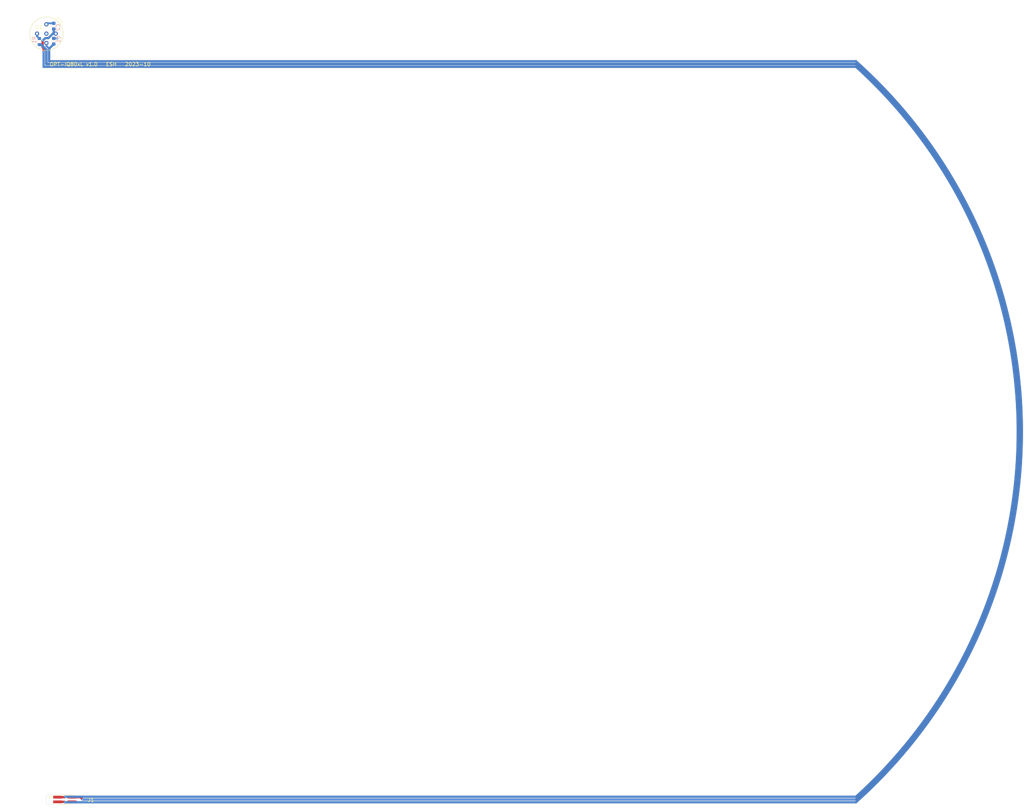
<source format=kicad_pcb>
(kicad_pcb (version 20221018) (generator pcbnew)
  (layers (0 "F.Cu" signal) (31 "B.Cu" signal) (34 "B.Paste" user) (35 "F.Paste" user) (36 "B.SilkS" user "B.Silkscreen") (37 "F.SilkS" user "F.Silkscreen") (38 "B.Mask" user) (39 "F.Mask" user) (44 "Edge.Cuts" user))
  (net 0 "")
  (net 1 "VCC")
  (net 2 "GND")
  (net 3 "VSS")
  (net 4 "Net-(J1-Pin_2)")
  (net 5 "Net-(U1-OUT)")
  (footprint "my_header:PinHeader_2x02_P1.27mm_compact" (layer "F.Cu") (at 30 233.25)
    (fp_text reference "J1" (at 7.112 0.127) (layer "F.SilkS"))
    (fp_text value "Conn_02x02_Odd_Even")
    (fp_line (start -4.191 -1.016) (end -3.556 -0.635) (stroke (width 0.1)) (layer "F.SilkS"))
    (fp_line (start -4.191 -0.254) (end -4.191 -1.016) (stroke (width 0.1)) (layer "F.SilkS"))
    (fp_line (start -3.556 -0.635) (end -4.191 -0.254) (stroke (width 0.1)) (layer "F.SilkS"))
    (fp_line (start -3.09 -1.265) (end -1.765 -1.265) (stroke (width 0.12)) (layer "F.SilkS"))
    (fp_line (start -1.765 -1.33) (end -1.765 -1.265) (stroke (width 0.12)) (layer "F.SilkS"))
    (fp_line (start -1.765 -1.33) (end 1.765 -1.33) (stroke (width 0.12)) (layer "F.SilkS"))
    (fp_line (start -1.765 1.265) (end -1.765 1.33) (stroke (width 0.12)) (layer "F.SilkS"))
    (fp_line (start -1.765 1.33) (end 1.765 1.33) (stroke (width 0.12)) (layer "F.SilkS"))
    (fp_line (start 1.765 -1.33) (end 1.765 -1.265) (stroke (width 0.12)) (layer "F.SilkS"))
    (fp_line (start 1.765 1.265) (end 1.765 1.33) (stroke (width 0.12)) (layer "F.SilkS"))
    (pad "1" smd rect (at -1.95 -0.635) (size 2.4 0.74) (layers "F.Cu" "F.Paste" "F.Mask") (net 3 "VSS"))
    (pad "2" smd rect (at 1.95 -0.635) (size 2.4 0.74) (layers "F.Cu" "F.Paste" "F.Mask") (net 4 "Net-(J1-Pin_2)"))
    (pad "3" smd rect (at -1.95 0.635) (size 2.4 0.74) (layers "F.Cu" "F.Paste" "F.Mask") (net 1 "VCC"))
    (pad "4" smd rect (at 1.95 0.635) (size 2.4 0.74) (layers "F.Cu" "F.Paste" "F.Mask") (net 2 "GND"))
  )
  (footprint "my_IQ80:IQ80xL" (layer "F.Cu") (at 25 25 90)
    (fp_text reference "U1" (at 1.8 -2 unlocked) (layer "F.SilkS") (effects (font (thickness 0.1))))
    (fp_text value "IQ80xL")
    (fp_line (start 2.54 3.81) (end 3.175 4.445) (stroke (width 0.1)) (layer "F.SilkS"))
    (fp_line (start 3.175 4.445) (end 4.445 3.175) (stroke (width 0.1)) (layer "F.SilkS"))
    (fp_line (start 4.445 3.175) (end 3.81 2.54) (stroke (width 0.1)) (layer "F.SilkS"))
    (fp_circle (center 0 0) (end 3.81 2.54) (stroke (width 0.1)) (fill none) (layer "F.SilkS"))
    (pad "1" thru_hole circle (at 2.54 0 90) (size 1.143 1.143) (drill 0.5588) (layers "*.Cu" "*.Mask") (net 2 "GND"))
    (pad "2" thru_hole circle (at 0 -2.54 90) (size 1.143 1.143) (drill 0.5588) (layers "*.Cu" "*.Mask") (net 5 "Net-(U1-OUT)"))
    (pad "3" thru_hole circle (at -2.54 0 90) (size 1.143 1.143) (drill 0.5588) (layers "*.Cu" "*.Mask") (net 1 "VCC"))
    (pad "4" thru_hole circle (at 0 2.54 90) (size 1.143 1.143) (drill 0.5588) (layers "*.Cu" "*.Mask") (net 3 "VSS"))
    (pad "5" thru_hole circle (at 0 0 90) (size 1.143 1.143) (drill 0.5588) (layers "*.Cu" "*.Mask") (net 2 "GND"))
  )
  (footprint "Capacitor_SMD:C_0603_1608Metric" (layer "B.Cu") (at 27 22.95 90)
    (fp_text reference "C2" (at -0.35 1.2 90) (layer "B.SilkS") (effects (justify mirror)))
    (fp_text value "C_Small")
    (fp_line (start -0.14058 -0.51) (end 0.14058 -0.51) (stroke (width 0.12)) (layer "B.SilkS"))
    (fp_line (start -0.14058 0.51) (end 0.14058 0.51) (stroke (width 0.12)) (layer "B.SilkS"))
    (pad "1" smd roundrect (at -0.775 0 90) (size 0.9 0.95) (layers "B.Cu" "B.Paste" "B.Mask") (net 3 "VSS"))
    (pad "2" smd roundrect (at 0.775 0 90) (size 0.9 0.95) (layers "B.Cu" "B.Paste" "B.Mask") (net 2 "GND"))
  )
  (footprint "Capacitor_SMD:C_0603_1608Metric" (layer "B.Cu") (at 27 27.05 90)
    (fp_text reference "C1" (at 0.55 1.3 90) (layer "B.SilkS") (effects (justify mirror)))
    (fp_text value "C_Small")
    (fp_line (start -0.14058 -0.51) (end 0.14058 -0.51) (stroke (width 0.12)) (layer "B.SilkS"))
    (fp_line (start -0.14058 0.51) (end 0.14058 0.51) (stroke (width 0.12)) (layer "B.SilkS"))
    (pad "1" smd roundrect (at -0.775 0 90) (size 0.9 0.95) (layers "B.Cu" "B.Paste" "B.Mask") (net 1 "VCC"))
    (pad "2" smd roundrect (at 0.775 0 90) (size 0.9 0.95) (layers "B.Cu" "B.Paste" "B.Mask") (net 2 "GND"))
  )
  (footprint "Resistor_SMD:R_0603_1608Metric" (layer "B.Cu") (at 23.1 27.15 -90)
    (fp_text reference "R1" (at -0.45 1.4 90) (layer "B.SilkS") (effects (justify mirror)))
    (fp_text value "0R")
    (fp_line (start -0.237258 -0.5225) (end 0.237258 -0.5225) (stroke (width 0.12)) (layer "B.SilkS"))
    (fp_line (start -0.237258 0.5225) (end 0.237258 0.5225) (stroke (width 0.12)) (layer "B.SilkS"))
    (pad "1" smd roundrect (at -0.825 0 270) (size 0.8 0.95) (layers "B.Cu" "B.Paste" "B.Mask") (net 5 "Net-(U1-OUT)"))
    (pad "2" smd roundrect (at 0.825 0 270) (size 0.8 0.95) (layers "B.Cu" "B.Paste" "B.Mask") (net 4 "Net-(J1-Pin_2)"))
  )
  (gr_arc (start 23.75 29.322904) (mid 25 20.5) (end 26.25 29.322904) (stroke (width 0.05)) (layer "Edge.Cuts"))
  (gr_line (start 23.75 34.5) (end 245 34.5) (stroke (width 0.05)) (layer "Edge.Cuts"))
  (gr_arc (start 245 32) (mid 256.25 43.25) (end 245 234.5) (stroke (width 0.05)) (layer "Edge.Cuts"))
  (gr_line (start 25 232) (end 245 232) (stroke (width 0.05)) (layer "Edge.Cuts"))
  (gr_arc (start 245 34.5) (mid 253.75 43.25) (end 245 232) (stroke (width 0.05)) (layer "Edge.Cuts"))
  (gr_line (start 245 32) (end 26.25 32) (stroke (width 0.05)) (layer "Edge.Cuts"))
  (gr_line (start 26.25 32) (end 26.25 29.322904) (stroke (width 0.05)) (layer "Edge.Cuts"))
  (gr_line (start 23.75 29.32033) (end 23.75 34.5) (stroke (width 0.05)) (layer "Edge.Cuts"))
  (gr_line (start 25 232) (end 25 234.5) (stroke (width 0.05)) (layer "Edge.Cuts"))
  (gr_line (start 25 234.5) (end 245 234.5) (stroke (width 0.05)) (layer "Edge.Cuts"))
  (gr_text "OPT-IQ80xL v1.0   ESH   2023-10" (at 25.8 33.9) (layer "F.SilkS") (effects (font (size 1 1)) (justify left bottom)))
  (segment (start 28.05 233.885) (end 29.835 233.885) (width 0.6) (layer "F.Cu") (net 1))
  (segment (start 29.835 233.885) (end 29.95 234) (width 0.6) (layer "F.Cu") (net 1))
  (via (at 29.95 234) (size 0.4) (drill 0.2) (layers "F.Cu" "B.Cu") (net 1))
  (segment (start 25 27.54) (end 25 28.325) (width 0.5) (layer "B.Cu") (net 1))
  (segment (start 25.75 29.075) (end 25.75 29.1) (width 0.6) (layer "B.Cu") (net 1))
  (segment (start 27 27.825) (end 25.75 29.075) (width 0.6) (layer "B.Cu") (net 1))
  (segment (start 25 28.325) (end 25.75 29.075) (width 0.5) (layer "B.Cu") (net 1))
  (segment (start 25.75 29.1) (end 25.75 32.5) (width 0.6) (layer "B.Cu") (net 1))
  (segment (start 29.95 234) (end 245 234) (width 0.6) (layer "B.Cu") (net 1))
  (segment (start 27 27.825) (end 26.925 27.825) (width 0.6) (layer "B.Cu") (net 1))
  (segment (start 25.75 32.5) (end 245 32.5) (width 0.6) (layer "B.Cu") (net 1))
  (arc (start 245 32.5) (mid 255.75 43.25) (end 245 234) (width 0.6) (layer "B.Cu") (net 1))
  (via (at 27.975 26.275) (size 0.4) (drill 0.2) (layers "F.Cu" "B.Cu") (net 2))
  (segment (start 25.285 22.175) (end 25 22.46) (width 0.5) (layer "B.Cu") (net 2))
  (segment (start 27 26.275) (end 27.975 26.275) (width 0.5) (layer "B.Cu") (net 2))
  (segment (start 27 22.175) (end 25.285 22.175) (width 0.5) (layer "B.Cu") (net 2))
  (segment (start 28 26.3) (end 27.975 26.275) (width 0.5) (layer "B.Cu") (net 2))
  (segment (start 24.25 29) (end 24.25 29.9) (width 0.6) (layer "F.Cu") (net 3))
  (segment (start 24 28.75) (end 24.25 29) (width 0.6) (layer "F.Cu") (net 3))
  (segment (start 28.05 232.615) (end 29.935 232.615) (width 0.6) (layer "F.Cu") (net 3))
  (segment (start 24 26.9) (end 24 28.75) (width 0.6) (layer "F.Cu") (net 3))
  (segment (start 29.935 232.615) (end 30.05 232.5) (width 0.6) (layer "F.Cu") (net 3))
  (via (at 24.25 29.9) (size 0.4) (drill 0.2) (layers "F.Cu" "B.Cu") (net 3))
  (via (at 30.05 232.5) (size 0.4) (drill 0.2) (layers "F.Cu" "B.Cu") (net 3))
  (via (at 24 26.9) (size 0.4) (drill 0.2) (layers "F.Cu" "B.Cu") (net 3))
  (segment (start 26.75 25) (end 25.55 26.2) (width 0.6) (layer "B.Cu") (net 3))
  (segment (start 27 24.46) (end 27.54 25) (width 0.6) (layer "B.Cu") (net 3))
  (segment (start 30.05 232.5) (end 245 232.5) (width 0.6) (layer "B.Cu") (net 3))
  (segment (start 27 23.725) (end 27 24.46) (width 0.6) (layer "B.Cu") (net 3))
  (segment (start 24.25 29.9) (end 24.25 34) (width 0.6) (layer "B.Cu") (net 3))
  (segment (start 27.54 25) (end 26.75 25) (width 0.6) (layer "B.Cu") (net 3))
  (segment (start 25.55 26.2) (end 24.7 26.2) (width 0.6) (layer "B.Cu") (net 3))
  (segment (start 24.25 34) (end 245 34) (width 0.6) (layer "B.Cu") (net 3))
  (segment (start 24.7 26.2) (end 24 26.9) (width 0.6) (layer "B.Cu") (net 3))
  (arc (start 245 34) (mid 254.25 43.25) (end 245 232.5) (width 0.6) (layer "B.Cu") (net 3))
  (segment (start 31.95 232.615) (end 34.215 232.615) (width 0.6) (layer "F.Cu") (net 4))
  (segment (start 34.215 232.615) (end 34.85 233.25) (width 0.6) (layer "F.Cu") (net 4))
  (via (at 34.85 233.25) (size 0.4) (drill 0.2) (layers "F.Cu" "B.Cu") (net 4))
  (segment (start 23.1 27.975) (end 23.575 27.975) (width 0.7) (layer "B.Cu") (net 4))
  (segment (start 23.575 27.975) (end 25 29.4) (width 0.7) (layer "B.Cu") (net 4))
  (segment (start 25 33.25) (end 245 33.25) (width 0.7) (layer "B.Cu") (net 4))
  (segment (start 25 29.4) (end 25 33.25) (width 0.7) (layer "B.Cu") (net 4))
  (segment (start 34.85 233.25) (end 245 233.25) (width 0.6) (layer "B.Cu") (net 4))
  (arc (start 245 33.25) (mid 255. 43.25) (end 245 233.25) (width 0.7) (layer "B.Cu") (net 4))
  (segment (start 22.46 25) (end 22.46 25.685) (width 0.5) (layer "B.Cu") (net 5))
  (segment (start 22.46 25.685) (end 23.1 26.325) (width 0.5) (layer "B.Cu") (net 5))
)
</source>
